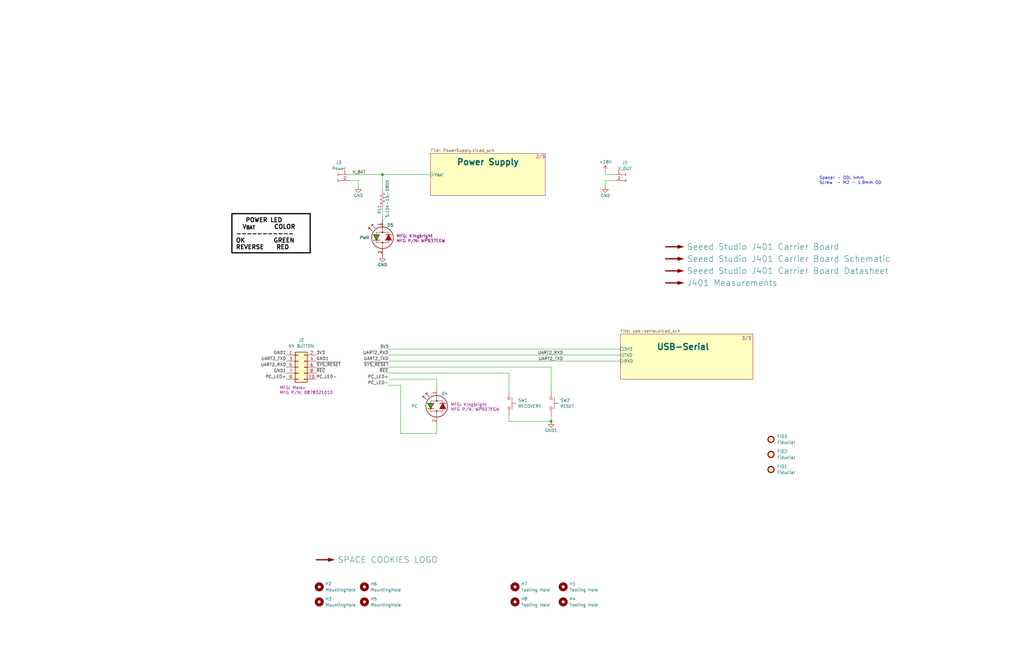
<source format=kicad_sch>
(kicad_sch (version 20250114) (generator "eeschema") (generator_version "9.0")
  (paper "B")
  (title_block (title "NX J401 Adapter") (date "2025-09-13") (rev "5"))
  (lib_symbols
    (symbol "Connector:Conn_01x02_Socket" (pin_names (offset 1.016) (hide yes))
      (property "Reference" "J" (at 0 2.54 0))
      (property "Value" "Conn_01x02_Socket" (at 0 -5.08 0))
      (symbol "Conn_01x02_Socket_1_1"
        (polyline (pts (xy -1.27 0) (xy -0.508 0)) (stroke (width 0.1524)))
        (polyline (pts (xy -1.27 -2.54) (xy -0.508 -2.54)) (stroke (width 0.1524)))
        (arc (start 0 -0.508) (mid -0.5058 0) (end 0 0.508) (stroke (width 0.1524)))
        (arc (start 0 -3.048) (mid -0.5058 -2.54) (end 0 -2.032) (stroke (width 0.1524)))
        (pin passive line (at -5.08 0 0) (length 3.81) (name "Pin_1") (number "1"))
        (pin passive line (at -5.08 -2.54 0) (length 3.81) (name "Pin_2") (number "2"))
      )
    )
    (symbol "Connector_Generic:Conn_02x05_Odd_Even" (pin_names (offset 1.016) (hide yes))
      (property "Reference" "J" (at 1.27 7.62 0))
      (property "Value" "Conn_02x05_Odd_Even" (at 1.27 -7.62 0))
      (symbol "Conn_02x05_Odd_Even_1_1"
        (rectangle (start -1.27 6.35) (end 3.81 -6.35) (stroke (width 0.254)) (fill (type background)))
        (rectangle (start -1.27 5.207) (end 0 4.953) (stroke (width 0.1524)))
        (rectangle (start -1.27 2.667) (end 0 2.413) (stroke (width 0.1524)))
        (rectangle (start -1.27 0.127) (end 0 -0.127) (stroke (width 0.1524)))
        (rectangle (start -1.27 -2.413) (end 0 -2.667) (stroke (width 0.1524)))
        (rectangle (start -1.27 -4.953) (end 0 -5.207) (stroke (width 0.1524)))
        (rectangle (start 3.81 5.207) (end 2.54 4.953) (stroke (width 0.1524)))
        (rectangle (start 3.81 2.667) (end 2.54 2.413) (stroke (width 0.1524)))
        (rectangle (start 3.81 0.127) (end 2.54 -0.127) (stroke (width 0.1524)))
        (rectangle (start 3.81 -2.413) (end 2.54 -2.667) (stroke (width 0.1524)))
        (rectangle (start 3.81 -4.953) (end 2.54 -5.207) (stroke (width 0.1524)))
        (pin passive line (at -5.08 5.08 0) (length 3.81) (name "Pin_1") (number "1"))
        (pin passive line (at -5.08 2.54 0) (length 3.81) (name "Pin_3") (number "3"))
        (pin passive line (at -5.08 0 0) (length 3.81) (name "Pin_5") (number "5"))
        (pin passive line (at -5.08 -2.54 0) (length 3.81) (name "Pin_7") (number "7"))
        (pin passive line (at -5.08 -5.08 0) (length 3.81) (name "Pin_9") (number "9"))
        (pin passive line (at 7.62 5.08 180) (length 3.81) (name "Pin_2") (number "2"))
        (pin passive line (at 7.62 2.54 180) (length 3.81) (name "Pin_4") (number "4"))
        (pin passive line (at 7.62 0 180) (length 3.81) (name "Pin_6") (number "6"))
        (pin passive line (at 7.62 -2.54 180) (length 3.81) (name "Pin_8") (number "8"))
        (pin passive line (at 7.62 -5.08 180) (length 3.81) (name "Pin_10") (number "10"))
      )
    )
    (symbol "Device:LED_Dual_Bidirectional" (pin_names (offset 0) (hide yes))
      (property "Reference" "D6" (at 0.4953 10.16 0))
      (property "Value" "LED_Dual_Bidirectional" (at 0.4953 7.62 0))
      (symbol "LED_Dual_Bidirectional_0_1"
        (polyline (pts (xy -4.572 0) (xy -2.54 0)))
        (circle (center -2.032 0) (radius 0.254) (fill (type outline)))
        (polyline (pts (xy -2.032 0) (xy -2.54 0)))
        (polyline (pts (xy -1.016 3.81) (xy -1.016 1.27)) (stroke (width 0.254)))
        (polyline (pts (xy 1.27 -1.27) (xy 1.27 -3.81)) (stroke (width 0.254)))
        (circle (center 2.286 0) (radius 0.254) (fill (type outline)))
        (polyline (pts (xy 2.794 4.318) (xy 4.318 5.842) (xy 3.556 5.842)) (stroke (width 0.2032)))
        (polyline (pts (xy 4.064 3.048) (xy 5.588 4.572) (xy 4.826 4.572)) (stroke (width 0.2032)))
        (polyline (pts (xy 4.064 0) (xy 2.286 0)) (fill (type outline)))
        (polyline (pts (xy 4.318 5.842) (xy 4.318 5.08)) (stroke (width 0.2032)))
        (polyline (pts (xy 5.588 4.572) (xy 5.588 3.81)) (stroke (width 0.2032)))
      )
      (symbol "LED_Dual_Bidirectional_1_1"
        (polyline (pts (xy -1.016 -1.27) (xy -1.016 -3.81) (xy 1.27 -2.54) (xy -1.016 -1.27)) (stroke (width 0.254)) (fill (type color) (color 194 0 0 1)))
        (polyline (pts (xy -1.002 2.5376) (xy -2.032 2.5348) (xy -2.0144 -2.5383) (xy -0.9871 -2.5432)))
        (circle (center 0 0) (radius 4.572) (stroke (width 0.254)))
        (polyline (pts (xy 1.27 3.81) (xy 1.27 1.27) (xy -1.016 2.54) (xy 1.27 3.81)) (stroke (width 0.254)) (fill (type color) (color 0 194 0 1)))
        (polyline (pts (xy 1.2768 2.5376) (xy 2.2844 2.5376) (xy 2.2889 -2.5369) (xy 1.2756 -2.5341)))
        (pin input line (at -7.62 0 0) (length 3.048) (name "AK") (number "2"))
        (pin input line (at 7.62 0 180) (length 3.81) (name "KA") (number "1"))
      )
    )
    (symbol "Device:R_US" (pin_numbers (hide yes)) (pin_names (offset 0))
      (property "Reference" "R" (at 2.54 0 90))
      (property "Value" "R_US" (at -2.54 0 90))
      (symbol "R_US_0_1"
        (polyline (pts (xy 0 2.286) (xy 0 2.54)))
        (polyline (pts (xy 0 2.286) (xy 1.016 1.905) (xy 0 1.524) (xy -1.016 1.143) (xy 0 0.762)))
        (polyline (pts (xy 0 0.762) (xy 1.016 0.381) (xy 0 0) (xy -1.016 -0.381) (xy 0 -0.762)))
        (polyline (pts (xy 0 -0.762) (xy 1.016 -1.143) (xy 0 -1.524) (xy -1.016 -1.905) (xy 0 -2.286)))
        (polyline (pts (xy 0 -2.286) (xy 0 -2.54)))
      )
      (symbol "R_US_1_1"
        (pin passive line (at 0 3.81 270) (length 1.27) (name "~") (number "1"))
        (pin passive line (at 0 -3.81 90) (length 1.27) (name "~") (number "2"))
      )
    )
    (symbol "Graphic:SYM_Arrow_Large" (in_bom no) (on_board no)
      (symbol "SYM_Arrow_Large_0_1"
        (polyline (pts (xy 2.54 0) (xy -3.81 0)) (stroke (width 0.508)))
        (polyline (pts (xy 3.81 0) (xy 1.27 -0.762) (xy 1.27 0.762) (xy 3.81 0)) (fill (type outline)))
      )
    )
    (symbol "Mechanical:Fiducial" (in_bom no)
      (property "Reference" "FID" (at 0 5.08 0))
      (property "Value" "Fiducial" (at 0 3.175 0))
      (symbol "Fiducial_0_1"
        (circle (center 0 0) (radius 1.27) (stroke (width 0.508)) (fill (type background)))
      )
    )
    (symbol "Mechanical:MountingHole" (pin_names (offset 1.016))
      (property "Reference" "H" (at 0 5.08 0))
      (property "Value" "MountingHole" (at 0 3.175 0))
      (symbol "MountingHole_0_1"
        (circle (center 0 0) (radius 1.27) (stroke (width 1.27)))
      )
    )
    (symbol "Switch:SW_Push" (pin_numbers (hide yes)) (pin_names (offset 1.016) (hide yes))
      (property "Reference" "SW" (at 1.27 2.54 0))
      (property "Value" "SW_Push" (at 0 -1.524 0))
      (symbol "SW_Push_0_1"
        (circle (center -2.032 0) (radius 0.508))
        (polyline (pts (xy 0 1.27) (xy 0 3.048)))
        (circle (center 2.032 0) (radius 0.508))
        (polyline (pts (xy 2.54 1.27) (xy -2.54 1.27)))
        (pin passive line (at -5.08 0 0) (length 2.54) (name "1") (number "1"))
        (pin passive line (at 5.08 0 180) (length 2.54) (name "2") (number "2"))
      )
    )
    (symbol "power:+15V" (power) (pin_numbers (hide yes)) (pin_names (offset 0) (hide yes))
      (property "Value" "+15V" (at 0 3.556 0))
      (symbol "+15V_0_1"
        (polyline (pts (xy -0.762 1.27) (xy 0 2.54)))
        (polyline (pts (xy 0 2.54) (xy 0.762 1.27)))
        (polyline (pts (xy 0 0) (xy 0 2.54)))
      )
      (symbol "+15V_1_1"
        (pin power_in line (at 0 0 90) (length 0) (name "~") (number "1"))
      )
    )
    (symbol "power:GND" (power) (pin_names (offset 0))
      (property "Value" "GND" (at 0 -3.81 0))
      (symbol "GND_0_1"
        (polyline (pts (xy 0 0) (xy 0 -1.27) (xy 1.27 -1.27) (xy 0 -2.54) (xy -1.27 -1.27) (xy 0 -1.27)))
      )
      (symbol "GND_1_1"
        (pin power_in line (at 0 0 270) (length 0) (hide yes) (name "GND") (number "1"))
      )
    )
  )
  (text "Spacer - OD: 4mm\nScrew  - M2 - 1.9mm OD\n\n" (at 345.44 80.01 0) (effects (font (size 1.27 1.27)) (justify left bottom)))
  (text_box "   POWER LED\n  V_{BAT}      COLOR\n-----------\nOK         GREEN\nREVERSE    RED" (at 97.79 90.17 0) (size 33.02 16.51) (margins 1.5875 1.5875 1.5875 1.5875) (stroke (width 0.508) (color 0 0 0 1)) (effects (font (size 1.778 1.778) (thickness 0.3556) (bold yes)) (justify left top)))
  (junction (at 161.29 73.66))
  (junction (at 232.41 177.8))
  (wire (pts (xy 214.63 175.26) (xy 214.63 177.8)))
  (wire (pts (xy 214.63 157.48) (xy 214.63 165.1)))
  (wire (pts (xy 255.27 76.2) (xy 255.27 78.74)))
  (wire (pts (xy 161.29 73.66) (xy 161.29 80.01)))
  (wire (pts (xy 255.27 73.66) (xy 255.27 72.39)))
  (wire (pts (xy 147.32 76.2) (xy 151.13 76.2)))
  (wire (pts (xy 163.83 152.4) (xy 261.62 152.4)))
  (wire (pts (xy 232.41 154.94) (xy 232.41 165.1)))
  (wire (pts (xy 163.83 149.86) (xy 261.62 149.86)))
  (wire (pts (xy 168.91 182.88) (xy 184.15 182.88)))
  (wire (pts (xy 151.13 76.2) (xy 151.13 78.74)))
  (wire (pts (xy 184.15 160.02) (xy 184.15 163.83)))
  (wire (pts (xy 232.41 175.26) (xy 232.41 177.8)))
  (wire (pts (xy 168.91 162.56) (xy 163.83 162.56)))
  (wire (pts (xy 168.91 182.88) (xy 168.91 162.56)))
  (wire (pts (xy 184.15 182.88) (xy 184.15 179.07)))
  (wire (pts (xy 161.29 87.63) (xy 161.29 92.71)))
  (wire (pts (xy 259.08 76.2) (xy 255.27 76.2)))
  (wire (pts (xy 259.08 73.66) (xy 255.27 73.66)))
  (wire (pts (xy 163.83 160.02) (xy 184.15 160.02)))
  (wire (pts (xy 214.63 177.8) (xy 232.41 177.8)))
  (wire (pts (xy 163.83 154.94) (xy 232.41 154.94)))
  (wire (pts (xy 163.83 147.32) (xy 261.62 147.32)))
  (wire (pts (xy 161.29 73.66) (xy 181.61 73.66)))
  (wire (pts (xy 163.83 157.48) (xy 214.63 157.48)))
  (wire (pts (xy 147.32 73.66) (xy 161.29 73.66)))
  (label "~{REC}" (at 163.83 157.48 180))
  (label "~{REC}" (at 133.35 157.48 0))
  (label "GND1" (at 133.35 152.4 0))
  (label "UART2_TXD" (at 237.49 152.4 180))
  (label "3V3" (at 163.83 147.32 180))
  (label "UART2_RXD" (at 237.49 149.86 180))
  (label "PC_LED-" (at 163.83 162.56 180))
  (label "UART2_TXD" (at 163.83 152.4 180))
  (label "V_BAT" (at 148.59 73.66 0))
  (label "UART2_RXD" (at 163.83 149.86 180))
  (label "UART2_RXD" (at 120.65 154.94 180))
  (label "GND1" (at 120.65 157.48 180))
  (label "PC_LED+" (at 163.83 160.02 180))
  (label "~{SYS_RESET}" (at 163.83 154.94 180))
  (label "3V3" (at 133.35 149.86 0))
  (label "PC_LED-" (at 133.35 160.02 0))
  (label "PC_LED+" (at 120.65 160.02 180))
  (label "GND1" (at 120.65 149.86 180))
  (label "UART2_TXD" (at 120.65 152.4 180))
  (label "~{SYS_RESET}" (at 133.35 154.94 0))
  (symbol (lib_id "Mechanical:MountingHole") (at 153.67 254 0) (unit 1) (in_bom no)
    (property "Reference" "H5" (at 156.21 252.73 0) (effects (justify left)))
    (property "Value" "MountingHole" (at 156.21 255.27 0) (effects (justify left)))
    (property "Footprint" "MountingHole:MountingHole_2.7mm_M2.5" (effects (hide yes)))
  )
  (symbol (lib_id "Device:LED_Dual_Bidirectional") (at 161.29 100.33 90) (unit 1)
    (property "Reference" "D5" (at 164.592 94.996 90))
    (property "Value" "PWR" (at 153.67 100.33 90))
    (property "Footprint" "LED_THT:LED_D3.0mm_Horizontal_O1.27mm_Z2.0mm" (effects (hide yes)))
    (property "Datasheet" "Components/KingBright-RG-LED-P937EGW.pdf" (effects (hide yes)))
    (property "Description" "Dual LED, bidirectional" (effects (hide yes)))
    (property "MFG" "Kingbright" (at 167.132 99.568 90) (show_name yes) (effects (justify right)))
    (property "MFG P/N" "WP937EGW" (at 167.132 101.6 90) (show_name yes) (effects (justify right)))
    (property "DIST" "Digikey" (effects (hide yes)))
    (property "DIST P/N" "754-1751-ND" (effects (hide yes)))
  )
  (symbol (lib_id "Switch:SW_Push") (at 214.63 170.18 270) (unit 1)
    (property "Reference" "SW1" (at 218.44 168.91 90) (effects (justify left)))
    (property "Value" "RECOVERY" (at 218.44 171.45 90) (effects (justify left)))
    (property "Footprint" "NX-J401-Adapter:SW_TL1105VF100Q_EWI" (effects (hide yes)))
    (property "Datasheet" "Components/E-SWITCH-tl1105vf100q-drawing.pdf" (effects (hide yes)))
    (property "DIST" "Digikey" (effects (hide yes)))
    (property "DIST P/N" "EG2507-ND" (effects (hide yes)))
    (property "MFG" "E-Switch" (effects (hide yes)))
    (property "MFG P/N" "TL1105VF100Q" (effects (hide yes)))
  )
  (symbol (lib_id "Mechanical:MountingHole") (at 217.17 254 0) (unit 1) (in_bom no)
    (property "Reference" "H8" (at 219.71 252.7299 0) (effects (justify left)))
    (property "Value" "Tooling Hole" (at 219.71 255.2699 0) (effects (justify left)))
    (property "Footprint" "MountingHole:ToolingHole_1.152mm" (effects (hide yes)))
  )
  (symbol (lib_id "Mechanical:Fiducial") (at 325.12 191.77 0) (unit 1) (in_bom no)
    (property "Reference" "FID2" (at 327.66 190.4999 0) (effects (justify left)))
    (property "Value" "Fiducial" (at 327.66 193.0399 0) (effects (justify left)))
    (property "Footprint" "NX-J401-Adapter:Fiducial_1.6mm_Mask3mm" (effects (hide yes)))
    (property "Description" "Fiducial Marker" (effects (hide yes)))
  )
  (symbol (lib_id "Graphic:SYM_Arrow_Large") (at 284.48 104.14 0) (unit 1) (in_bom no) (on_board no)
    (property "Reference" "#SYM3" (effects (hide yes)))
    (property "Value" "Seeed Studio J401 Carrier Board" (at 289.56 104.14 0) (effects (font (size 2.54 2.54)) (justify left)))
    (property "Datasheet" "https://www.seeedstudio.com/reComputer-J401-Carrier-Board-for-Jetson-Orin-NX-Orin-Nano-p-5636.html" (effects (hide yes)))
  )
  (symbol (lib_id "Mechanical:Fiducial") (at 325.12 185.42 0) (unit 1) (in_bom no)
    (property "Reference" "FID3" (at 327.66 184.1499 0) (effects (justify left)))
    (property "Value" "Fiducial" (at 327.66 186.6899 0) (effects (justify left)))
    (property "Footprint" "NX-J401-Adapter:Fiducial_1.6mm_Mask3mm" (effects (hide yes)))
    (property "Description" "Fiducial Marker" (effects (hide yes)))
  )
  (symbol (lib_id "Mechanical:MountingHole") (at 134.62 247.65 0) (unit 1) (in_bom no)
    (property "Reference" "H2" (at 137.16 246.38 0) (effects (justify left)))
    (property "Value" "MountingHole" (at 137.16 248.92 0) (effects (justify left)))
    (property "Footprint" "MountingHole:MountingHole_2.7mm_M2.5" (effects (hide yes)))
  )
  (symbol (lib_id "power:GND") (at 151.13 78.74 0) (mirror y) (unit 1)
    (property "Reference" "#PWR01" (effects (hide yes)))
    (property "Value" "GND" (at 151.13 82.55 0))
  )
  (symbol (lib_id "Connector:Conn_01x02_Socket") (at 264.16 73.66 0) (unit 1)
    (property "Reference" "J1" (at 263.525 68.58 0))
    (property "Value" "V_OUT" (at 263.525 71.12 0))
    (property "Footprint" "NX-J401-Adapter:Weidmuller-1824740000" (effects (hide yes)))
    (property "Datasheet" "Components/Wurth-0691406510002B.pdf" (effects (hide yes)))
    (property "MFG" "Weidmuller" (effects (hide yes)))
    (property "MFG P/N" "1824740000" (effects (hide yes)))
    (property "DIST" "Digikey" (effects (hide yes)))
    (property "DIST P/N" "281-2110-ND" (effects (hide yes)))
  )
  (symbol (lib_id "Graphic:SYM_Arrow_Large") (at 284.48 114.3 0) (unit 1) (in_bom no) (on_board no)
    (property "Reference" "#SYM5" (effects (hide yes)))
    (property "Value" "Seeed Studio J401 Carrier Board Datasheet" (at 289.56 114.3 0) (effects (font (size 2.54 2.54)) (justify left)))
    (property "Datasheet" "https://files.seeedstudio.com/wiki/reComputer-J4012/reComputer-J401-datasheet.pdf" (effects (hide yes)))
  )
  (symbol (lib_id "Graphic:SYM_Arrow_Large") (at 284.48 119.38 0) (unit 1) (in_bom no) (on_board no)
    (property "Reference" "#SYM6" (effects (hide yes)))
    (property "Value" "J401 Measurements" (at 289.56 119.38 0) (effects (font (size 2.54 2.54)) (justify left)))
    (property "Datasheet" "Components/J401 Measurements__Assembly.pdf" (effects (hide yes)))
  )
  (symbol (lib_id "power:+15V") (at 255.27 72.39 0) (unit 1)
    (property "Reference" "#PWR024" (effects (hide yes)))
    (property "Value" "+18V" (at 255.27 68.326 0))
    (property "Description" "Power symbol creates a global label with name \"+15V\"" (effects (hide yes)))
  )
  (symbol (lib_id "Mechanical:MountingHole") (at 153.67 247.65 0) (unit 1) (in_bom no)
    (property "Reference" "H6" (at 156.21 246.38 0) (effects (justify left)))
    (property "Value" "MountingHole" (at 156.21 248.92 0) (effects (justify left)))
    (property "Footprint" "MountingHole:MountingHole_2.7mm_M2.5" (effects (hide yes)))
  )
  (symbol (lib_id "Mechanical:MountingHole") (at 134.62 254 0) (unit 1) (in_bom no)
    (property "Reference" "H3" (at 137.16 252.73 0) (effects (justify left)))
    (property "Value" "MountingHole" (at 137.16 255.27 0) (effects (justify left)))
    (property "Footprint" "MountingHole:MountingHole_2.7mm_M2.5" (effects (hide yes)))
  )
  (symbol (lib_id "Switch:SW_Push") (at 232.41 170.18 270) (unit 1)
    (property "Reference" "SW2" (at 236.22 168.91 90) (effects (justify left)))
    (property "Value" "RESET" (at 236.22 171.45 90) (effects (justify left)))
    (property "Footprint" "NX-J401-Adapter:SW_TL1105VF100Q_EWI" (effects (hide yes)))
    (property "Datasheet" "Components/E-SWITCH-tl1105vf100q-drawing.pdf" (effects (hide yes)))
    (property "DIST" "Digikey" (effects (hide yes)))
    (property "DIST P/N" "EG2507-ND" (effects (hide yes)))
    (property "MFG" "E-Switch" (effects (hide yes)))
    (property "MFG P/N" "TL1105VF100Q" (effects (hide yes)))
  )
  (symbol (lib_id "Mechanical:MountingHole") (at 237.49 247.65 0) (unit 1) (in_bom no)
    (property "Reference" "H1" (at 240.03 246.3799 0) (effects (justify left)))
    (property "Value" "Tooling Hole" (at 240.03 248.9199 0) (effects (justify left)))
    (property "Footprint" "MountingHole:ToolingHole_1.152mm" (effects (hide yes)))
  )
  (symbol (lib_id "Device:R_US") (at 161.29 83.82 0) (unit 1)
    (property "Reference" "R11" (at 160.02 88.392 90))
    (property "Value" "5.10k-1%-0805" (at 163.322 83.82 90))
    (property "Footprint" "Resistor_SMD:R_0805_2012Metric" (effects (hide yes)))
    (property "Datasheet" "Components/YageoPYu-RC_Group_51_RoHS_L_12.pdf" (effects (hide yes)))
    (property "MFG" "Yageo" (effects (hide yes)))
    (property "MFG P/N" "RC0805FR-075K1L" (effects (hide yes)))
    (property "DIST" "Digikey" (effects (hide yes)))
    (property "DIST P/N" "311-5.10KCRCT-ND" (effects (hide yes)))
  )
  (symbol (lib_id "power:GND") (at 255.27 78.74 0) (mirror y) (unit 1)
    (property "Reference" "#PWR04" (effects (hide yes)))
    (property "Value" "GND" (at 255.27 82.55 0))
  )
  (symbol (lib_id "Mechanical:MountingHole") (at 217.17 247.65 0) (unit 1) (in_bom no)
    (property "Reference" "H7" (at 219.71 246.3799 0) (effects (justify left)))
    (property "Value" "Tooling Hole" (at 219.71 248.9199 0) (effects (justify left)))
    (property "Footprint" "MountingHole:ToolingHole_1.152mm" (effects (hide yes)))
  )
  (symbol (lib_id "Connector_Generic:Conn_02x05_Odd_Even") (at 125.73 154.94 0) (unit 1)
    (property "Reference" "J2" (at 127 143.51 0))
    (property "Value" "NX BUTTON" (at 127 146.05 0))
    (property "Footprint" "NX-J401-Adapter:Molex-878321010" (effects (hide yes)))
    (property "Datasheet" "Components/Molex-878321010_sd.pdf" (effects (hide yes)))
    (property "Description" "Generic connector, double row, 02x05, odd/even pin numbering scheme (row 1 odd numbers, row 2 even numbers), script generated (kicad-library-utils/schlib/autogen/connector/)" (effects (hide yes)))
    (property "MFG" "Molex" (at 117.856 163.576 0) (show_name yes) (effects (justify left)))
    (property "MFG P/N" "0878321010" (at 117.856 165.608 0) (show_name yes) (effects (justify left)))
    (property "DIST" "Digikey" (effects (hide yes)))
    (property "DIST P/N" "WM4227-ND" (effects (hide yes)))
  )
  (symbol (lib_id "Device:LED_Dual_Bidirectional") (at 184.15 171.45 90) (unit 1)
    (property "Reference" "D4" (at 187.452 166.116 90))
    (property "Value" "PC" (at 174.752 171.45 90))
    (property "Footprint" "LED_THT:LED_D3.0mm_Horizontal_O1.27mm_Z2.0mm" (effects (hide yes)))
    (property "Datasheet" "Components/KingBright-RG-LED-P937EGW.pdf" (effects (hide yes)))
    (property "Description" "Dual LED, bidirectional" (effects (hide yes)))
    (property "MFG" "Kingbright" (at 189.992 170.688 90) (show_name yes) (effects (justify right)))
    (property "MFG P/N" "WP937EGW" (at 189.992 172.72 90) (show_name yes) (effects (justify right)))
    (property "DIST" "Digikey" (effects (hide yes)))
    (property "DIST P/N" "754-1751-ND" (effects (hide yes)))
  )
  (symbol (lib_id "power:GND") (at 232.41 177.8 0) (mirror y) (unit 1)
    (property "Reference" "#PWR026" (effects (hide yes)))
    (property "Value" "GND1" (at 232.41 181.61 0))
  )
  (symbol (lib_id "Graphic:SYM_Arrow_Large") (at 137.16 236.22 0) (unit 1) (in_bom no)
    (property "Reference" "LOGO1" (effects (hide yes)))
    (property "Value" "SPACE COOKIES LOGO" (at 142.24 236.22 0) (effects (font (size 2.54 2.54)) (justify left)))
    (property "Footprint" "NX-J401-Adapter:SPACE_COOKIES_LOGO_15mm" (effects (hide yes)))
  )
  (symbol (lib_id "power:GND") (at 161.29 107.95 0) (mirror y) (unit 1)
    (property "Reference" "#PWR02" (effects (hide yes)))
    (property "Value" "GND" (at 161.29 111.76 0))
  )
  (symbol (lib_id "Mechanical:MountingHole") (at 237.49 254 0) (unit 1) (in_bom no)
    (property "Reference" "H4" (at 240.03 252.7299 0) (effects (justify left)))
    (property "Value" "Tooling Hole" (at 240.03 255.2699 0) (effects (justify left)))
    (property "Footprint" "MountingHole:ToolingHole_1.152mm" (effects (hide yes)))
  )
  (symbol (lib_id "Connector:Conn_01x02_Socket") (at 142.24 73.66 0) (mirror y) (unit 1)
    (property "Reference" "J3" (at 142.875 68.58 0))
    (property "Value" "Power" (at 142.875 71.12 0))
    (property "Footprint" "NX-J401-Adapter:Weidmuller-1824740000" (effects (hide yes)))
    (property "Datasheet" "Components/Wurth-0691406510002B.pdf" (effects (hide yes)))
    (property "MFG" "Weidmuller" (effects (hide yes)))
    (property "MFG P/N" "1824740000" (effects (hide yes)))
    (property "DIST" "Digikey" (effects (hide yes)))
    (property "DIST P/N" "281-2110-ND" (effects (hide yes)))
  )
  (symbol (lib_id "Graphic:SYM_Arrow_Large") (at 284.48 109.22 0) (unit 1) (in_bom no) (on_board no)
    (property "Reference" "#SYM4" (effects (hide yes)))
    (property "Value" "Seeed Studio J401 Carrier Board Schematic" (at 289.56 109.22 0) (effects (font (size 2.54 2.54)) (justify left)))
    (property "Datasheet" "Components/SeeedStudio-reComputer_J401_SCH_V1.0.pdf" (effects (hide yes)))
  )
  (symbol (lib_id "Mechanical:Fiducial") (at 325.12 198.12 0) (unit 1) (in_bom no)
    (property "Reference" "FID1" (at 327.66 196.8499 0) (effects (justify left)))
    (property "Value" "Fiducial" (at 327.66 199.3899 0) (effects (justify left)))
    (property "Footprint" "NX-J401-Adapter:Fiducial_1.6mm_Mask3mm" (effects (hide yes)))
    (property "Description" "Fiducial Marker" (effects (hide yes)))
  )
  (sheet (at 261.62 140.97) (size 55.88 19.05) (stroke (width 0.1524)) (fill (color 255 255 194 1.0000))
    (property "Sheetname" "USB-Serial" (at 288.036 147.828 0) (effects (font (size 2.54 2.54) (thickness 0.508) (bold yes)) (justify bottom)))
    (property "Sheetfile" "usb-serial.kicad_sch" (at 261.62 138.938 0) (effects (justify left top)))
    (property "Page" "${#}/${##}" (at 316.738 142.748 0) (effects (justify right)))
    (pin "RXD" input (at 261.62 152.4 180))
    (pin "TXD" output (at 261.62 149.86 180))
    (pin "3V3" passive (at 261.62 147.32 180))
  )
  (sheet (at 181.61 64.77) (size 48.26 17.78) (stroke (width 0.1524)) (fill (color 255 255 194 1.0000))
    (property "Sheetname" "Power Supply" (at 205.74 69.85 0) (effects (font (size 2.54 2.54) (bold yes)) (justify bottom)))
    (property "Sheetfile" "PowerSupply.kicad_sch" (at 181.61 63.5 0) (effects (justify left)))
    (property "Page" "${#}/${##}" (at 229.87 66.04 0) (effects (justify right)))
    (pin "V_{BAT}" input (at 181.61 73.66 180))
  )
)
</source>
